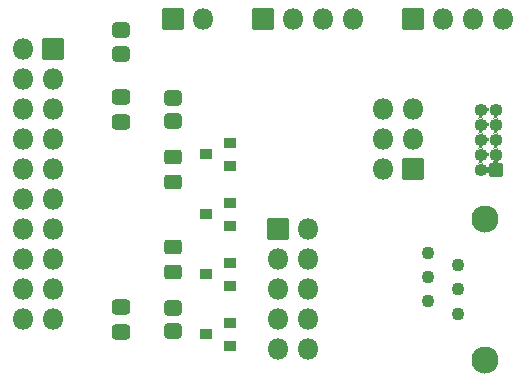
<source format=gbr>
G04 #@! TF.GenerationSoftware,KiCad,Pcbnew,(6.0.1)*
G04 #@! TF.CreationDate,2022-02-11T12:05:14+01:00*
G04 #@! TF.ProjectId,LINK,4c494e4b-2e6b-4696-9361-645f70636258,rev?*
G04 #@! TF.SameCoordinates,Original*
G04 #@! TF.FileFunction,Soldermask,Top*
G04 #@! TF.FilePolarity,Negative*
%FSLAX46Y46*%
G04 Gerber Fmt 4.6, Leading zero omitted, Abs format (unit mm)*
G04 Created by KiCad (PCBNEW (6.0.1)) date 2022-02-11 12:05:14*
%MOMM*%
%LPD*%
G01*
G04 APERTURE LIST*
G04 Aperture macros list*
%AMRoundRect*
0 Rectangle with rounded corners*
0 $1 Rounding radius*
0 $2 $3 $4 $5 $6 $7 $8 $9 X,Y pos of 4 corners*
0 Add a 4 corners polygon primitive as box body*
4,1,4,$2,$3,$4,$5,$6,$7,$8,$9,$2,$3,0*
0 Add four circle primitives for the rounded corners*
1,1,$1+$1,$2,$3*
1,1,$1+$1,$4,$5*
1,1,$1+$1,$6,$7*
1,1,$1+$1,$8,$9*
0 Add four rect primitives between the rounded corners*
20,1,$1+$1,$2,$3,$4,$5,0*
20,1,$1+$1,$4,$5,$6,$7,0*
20,1,$1+$1,$6,$7,$8,$9,0*
20,1,$1+$1,$8,$9,$2,$3,0*%
G04 Aperture macros list end*
%ADD10C,2.300000*%
%ADD11C,1.102000*%
%ADD12RoundRect,0.301000X-0.450000X0.350000X-0.450000X-0.350000X0.450000X-0.350000X0.450000X0.350000X0*%
%ADD13RoundRect,0.301000X-0.450000X0.325000X-0.450000X-0.325000X0.450000X-0.325000X0.450000X0.325000X0*%
%ADD14RoundRect,0.301000X0.450000X-0.325000X0.450000X0.325000X-0.450000X0.325000X-0.450000X-0.325000X0*%
%ADD15RoundRect,0.051000X-0.850000X-0.850000X0.850000X-0.850000X0.850000X0.850000X-0.850000X0.850000X0*%
%ADD16O,1.802000X1.802000*%
%ADD17RoundRect,0.051000X0.850000X-0.850000X0.850000X0.850000X-0.850000X0.850000X-0.850000X-0.850000X0*%
%ADD18RoundRect,0.051000X0.500000X0.500000X-0.500000X0.500000X-0.500000X-0.500000X0.500000X-0.500000X0*%
%ADD19O,1.102000X1.102000*%
%ADD20RoundRect,0.301000X0.475000X-0.337500X0.475000X0.337500X-0.475000X0.337500X-0.475000X-0.337500X0*%
%ADD21RoundRect,0.301000X-0.475000X0.337500X-0.475000X-0.337500X0.475000X-0.337500X0.475000X0.337500X0*%
%ADD22RoundRect,0.301000X0.450000X-0.350000X0.450000X0.350000X-0.450000X0.350000X-0.450000X-0.350000X0*%
%ADD23RoundRect,0.051000X0.850000X0.850000X-0.850000X0.850000X-0.850000X-0.850000X0.850000X-0.850000X0*%
%ADD24RoundRect,0.051000X0.450000X0.400000X-0.450000X0.400000X-0.450000X-0.400000X0.450000X-0.400000X0*%
G04 APERTURE END LIST*
D10*
X163590000Y-82900000D03*
X163590000Y-94900000D03*
D11*
X158750000Y-85840000D03*
X161290000Y-86860000D03*
X158750000Y-87880000D03*
X161290000Y-88900000D03*
X158750000Y-89920000D03*
X161290000Y-90940000D03*
D12*
X137160000Y-72660000D03*
X137160000Y-74660000D03*
D13*
X137160000Y-85335000D03*
X137160000Y-87385000D03*
D14*
X137160000Y-79765000D03*
X137160000Y-77715000D03*
D15*
X127000000Y-68580000D03*
D16*
X124460000Y-68580000D03*
X127000000Y-71120000D03*
X124460000Y-71120000D03*
X127000000Y-73660000D03*
X124460000Y-73660000D03*
X127000000Y-76200000D03*
X124460000Y-76200000D03*
X127000000Y-78740000D03*
X124460000Y-78740000D03*
X127000000Y-81280000D03*
X124460000Y-81280000D03*
X127000000Y-83820000D03*
X124460000Y-83820000D03*
X127000000Y-86360000D03*
X124460000Y-86360000D03*
X127000000Y-88900000D03*
X124460000Y-88900000D03*
X127000000Y-91440000D03*
X124460000Y-91440000D03*
D17*
X144780000Y-66040000D03*
D16*
X147320000Y-66040000D03*
X149860000Y-66040000D03*
X152400000Y-66040000D03*
D18*
X164455000Y-78750000D03*
D19*
X163185000Y-78750000D03*
X164455000Y-77480000D03*
X163185000Y-77480000D03*
X164455000Y-76210000D03*
X163185000Y-76210000D03*
X164455000Y-74940000D03*
X163185000Y-74940000D03*
X164455000Y-73670000D03*
X163185000Y-73670000D03*
D20*
X132715000Y-92477500D03*
X132715000Y-90402500D03*
D21*
X132715000Y-72622500D03*
X132715000Y-74697500D03*
D17*
X157480000Y-66040000D03*
D16*
X160020000Y-66040000D03*
X162560000Y-66040000D03*
X165100000Y-66040000D03*
D22*
X137160000Y-92440000D03*
X137160000Y-90440000D03*
D23*
X157480000Y-78740000D03*
D16*
X154940000Y-78740000D03*
X157480000Y-76200000D03*
X154940000Y-76200000D03*
X157480000Y-73660000D03*
X154940000Y-73660000D03*
D15*
X146050000Y-83820000D03*
D16*
X148590000Y-83820000D03*
X146050000Y-86360000D03*
X148590000Y-86360000D03*
X146050000Y-88900000D03*
X148590000Y-88900000D03*
X146050000Y-91440000D03*
X148590000Y-91440000D03*
X146050000Y-93980000D03*
X148590000Y-93980000D03*
D24*
X141970000Y-93660000D03*
X141970000Y-91760000D03*
X139970000Y-92710000D03*
X141970000Y-88580000D03*
X141970000Y-86680000D03*
X139970000Y-87630000D03*
X141970000Y-83500000D03*
X141970000Y-81600000D03*
X139970000Y-82550000D03*
X141970000Y-78420000D03*
X141970000Y-76520000D03*
X139970000Y-77470000D03*
D17*
X137160000Y-66040000D03*
D16*
X139700000Y-66040000D03*
D22*
X132715000Y-68945000D03*
X132715000Y-66945000D03*
G36*
X163905212Y-78427842D02*
G01*
X163906000Y-78429433D01*
X163906000Y-79071633D01*
X163905000Y-79073365D01*
X163903000Y-79073365D01*
X163902081Y-79072196D01*
X163882405Y-79005184D01*
X163830062Y-78959829D01*
X163761509Y-78949972D01*
X163698462Y-78978765D01*
X163679514Y-79005331D01*
X163677694Y-79006161D01*
X163676719Y-79005794D01*
X163676329Y-79005514D01*
X163667444Y-79017878D01*
X163665621Y-79018701D01*
X163663997Y-79017534D01*
X163663972Y-79015946D01*
X163715276Y-78892087D01*
X163733983Y-78750000D01*
X163715276Y-78607913D01*
X163666217Y-78489473D01*
X163666478Y-78487490D01*
X163668326Y-78486725D01*
X163669713Y-78487575D01*
X163677472Y-78498864D01*
X163731422Y-78542765D01*
X163800249Y-78550496D01*
X163862328Y-78519790D01*
X163898038Y-78460253D01*
X163902016Y-78429179D01*
X163903228Y-78427588D01*
X163905212Y-78427842D01*
G37*
G36*
X163042913Y-78010276D02*
G01*
X163185000Y-78028983D01*
X163327087Y-78010276D01*
X163409489Y-77976144D01*
X163411472Y-77976405D01*
X163412237Y-77978253D01*
X163411153Y-77979779D01*
X163359595Y-78005710D01*
X163308777Y-78053204D01*
X163291776Y-78120345D01*
X163313772Y-78186015D01*
X163367960Y-78229513D01*
X163381969Y-78234131D01*
X163382279Y-78234262D01*
X163417005Y-78252648D01*
X163418068Y-78254343D01*
X163417132Y-78256110D01*
X163415304Y-78256264D01*
X163327087Y-78219724D01*
X163185000Y-78201017D01*
X163042913Y-78219724D01*
X162957563Y-78255077D01*
X162955580Y-78254816D01*
X162954815Y-78252968D01*
X162955881Y-78251452D01*
X163004002Y-78226615D01*
X163003818Y-78226258D01*
X163003912Y-78224260D01*
X163004599Y-78223606D01*
X163046886Y-78199323D01*
X163078767Y-78137836D01*
X163072345Y-78068878D01*
X163029590Y-78014249D01*
X162989165Y-77995275D01*
X162981989Y-77993393D01*
X162981542Y-77993216D01*
X162950144Y-77976168D01*
X162949099Y-77974462D01*
X162950053Y-77972705D01*
X162951863Y-77972562D01*
X163042913Y-78010276D01*
G37*
G36*
X164707304Y-77965705D02*
G01*
X164708069Y-77967553D01*
X164707452Y-77968753D01*
X164661733Y-78011482D01*
X164644732Y-78078623D01*
X164666728Y-78144293D01*
X164720814Y-78187709D01*
X164767948Y-78197038D01*
X164769453Y-78198355D01*
X164769065Y-78200317D01*
X164767560Y-78201000D01*
X164142562Y-78201000D01*
X164140830Y-78200000D01*
X164140830Y-78198000D01*
X164141999Y-78197081D01*
X164209011Y-78177405D01*
X164254366Y-78125062D01*
X164264223Y-78056509D01*
X164235405Y-77993407D01*
X164207194Y-77970729D01*
X164206471Y-77968864D01*
X164207724Y-77967305D01*
X164209212Y-77967322D01*
X164312913Y-78010276D01*
X164455000Y-78028983D01*
X164597087Y-78010276D01*
X164705321Y-77965444D01*
X164707304Y-77965705D01*
G37*
G36*
X163707126Y-77307952D02*
G01*
X163746629Y-77360254D01*
X163811626Y-77384179D01*
X163879236Y-77369167D01*
X163927969Y-77320016D01*
X163929898Y-77319490D01*
X163931319Y-77320898D01*
X163931237Y-77322189D01*
X163924724Y-77337913D01*
X163906017Y-77480000D01*
X163924724Y-77622087D01*
X163936686Y-77650967D01*
X163936425Y-77652950D01*
X163934577Y-77653715D01*
X163933230Y-77652921D01*
X163894662Y-77600731D01*
X163829921Y-77576125D01*
X163762156Y-77590428D01*
X163712713Y-77639262D01*
X163710980Y-77642906D01*
X163709333Y-77644041D01*
X163707527Y-77643182D01*
X163707326Y-77641282D01*
X163715276Y-77622087D01*
X163733983Y-77480000D01*
X163715276Y-77337913D01*
X163703682Y-77309922D01*
X163703943Y-77307939D01*
X163705791Y-77307174D01*
X163707126Y-77307952D01*
G37*
G36*
X163042913Y-76740276D02*
G01*
X163185000Y-76758983D01*
X163327087Y-76740276D01*
X163409489Y-76706144D01*
X163411472Y-76706405D01*
X163412237Y-76708253D01*
X163411153Y-76709779D01*
X163359595Y-76735710D01*
X163308777Y-76783204D01*
X163291776Y-76850345D01*
X163313772Y-76916015D01*
X163367960Y-76959513D01*
X163381969Y-76964131D01*
X163382279Y-76964262D01*
X163417005Y-76982648D01*
X163418068Y-76984343D01*
X163417132Y-76986110D01*
X163415304Y-76986264D01*
X163327087Y-76949724D01*
X163185000Y-76931017D01*
X163042913Y-76949724D01*
X162957563Y-76985077D01*
X162955580Y-76984816D01*
X162954815Y-76982968D01*
X162955881Y-76981452D01*
X163004002Y-76956615D01*
X163003818Y-76956258D01*
X163003912Y-76954260D01*
X163004599Y-76953606D01*
X163046886Y-76929323D01*
X163078767Y-76867836D01*
X163072345Y-76798878D01*
X163029590Y-76744249D01*
X162989165Y-76725275D01*
X162981989Y-76723393D01*
X162981542Y-76723216D01*
X162950144Y-76706168D01*
X162949099Y-76704462D01*
X162950053Y-76702705D01*
X162951863Y-76702562D01*
X163042913Y-76740276D01*
G37*
G36*
X164312913Y-76740276D02*
G01*
X164455000Y-76758983D01*
X164597087Y-76740276D01*
X164679489Y-76706144D01*
X164681472Y-76706405D01*
X164682237Y-76708253D01*
X164681153Y-76709779D01*
X164629595Y-76735710D01*
X164578777Y-76783204D01*
X164561776Y-76850345D01*
X164583772Y-76916015D01*
X164637960Y-76959513D01*
X164651969Y-76964131D01*
X164652279Y-76964262D01*
X164687005Y-76982648D01*
X164688068Y-76984343D01*
X164687132Y-76986110D01*
X164685304Y-76986264D01*
X164597087Y-76949724D01*
X164455000Y-76931017D01*
X164312913Y-76949724D01*
X164227563Y-76985077D01*
X164225580Y-76984816D01*
X164224815Y-76982968D01*
X164225881Y-76981452D01*
X164274002Y-76956615D01*
X164273818Y-76956258D01*
X164273912Y-76954260D01*
X164274599Y-76953606D01*
X164316886Y-76929323D01*
X164348767Y-76867836D01*
X164342345Y-76798878D01*
X164299590Y-76744249D01*
X164259165Y-76725275D01*
X164251989Y-76723393D01*
X164251542Y-76723216D01*
X164220144Y-76706168D01*
X164219099Y-76704462D01*
X164220053Y-76702705D01*
X164221863Y-76702562D01*
X164312913Y-76740276D01*
G37*
G36*
X163707126Y-76037952D02*
G01*
X163746629Y-76090254D01*
X163811626Y-76114179D01*
X163879236Y-76099167D01*
X163927969Y-76050016D01*
X163929898Y-76049490D01*
X163931319Y-76050898D01*
X163931237Y-76052189D01*
X163924724Y-76067913D01*
X163906017Y-76210000D01*
X163924724Y-76352087D01*
X163936686Y-76380967D01*
X163936425Y-76382950D01*
X163934577Y-76383715D01*
X163933230Y-76382921D01*
X163894662Y-76330731D01*
X163829921Y-76306125D01*
X163762156Y-76320428D01*
X163712713Y-76369262D01*
X163710980Y-76372906D01*
X163709333Y-76374041D01*
X163707527Y-76373182D01*
X163707326Y-76371282D01*
X163715276Y-76352087D01*
X163733983Y-76210000D01*
X163715276Y-76067913D01*
X163703682Y-76039922D01*
X163703943Y-76037939D01*
X163705791Y-76037174D01*
X163707126Y-76037952D01*
G37*
G36*
X163042913Y-75470276D02*
G01*
X163185000Y-75488983D01*
X163327087Y-75470276D01*
X163409489Y-75436144D01*
X163411472Y-75436405D01*
X163412237Y-75438253D01*
X163411153Y-75439779D01*
X163359595Y-75465710D01*
X163308777Y-75513204D01*
X163291776Y-75580345D01*
X163313772Y-75646015D01*
X163367960Y-75689513D01*
X163381969Y-75694131D01*
X163382279Y-75694262D01*
X163417005Y-75712648D01*
X163418068Y-75714343D01*
X163417132Y-75716110D01*
X163415304Y-75716264D01*
X163327087Y-75679724D01*
X163185000Y-75661017D01*
X163042913Y-75679724D01*
X162957563Y-75715077D01*
X162955580Y-75714816D01*
X162954815Y-75712968D01*
X162955881Y-75711452D01*
X163004002Y-75686615D01*
X163003818Y-75686258D01*
X163003912Y-75684260D01*
X163004599Y-75683606D01*
X163046886Y-75659323D01*
X163078767Y-75597836D01*
X163072345Y-75528878D01*
X163029590Y-75474249D01*
X162989165Y-75455275D01*
X162981989Y-75453393D01*
X162981542Y-75453216D01*
X162950144Y-75436168D01*
X162949099Y-75434462D01*
X162950053Y-75432705D01*
X162951863Y-75432562D01*
X163042913Y-75470276D01*
G37*
G36*
X164312913Y-75470276D02*
G01*
X164455000Y-75488983D01*
X164597087Y-75470276D01*
X164679489Y-75436144D01*
X164681472Y-75436405D01*
X164682237Y-75438253D01*
X164681153Y-75439779D01*
X164629595Y-75465710D01*
X164578777Y-75513204D01*
X164561776Y-75580345D01*
X164583772Y-75646015D01*
X164637960Y-75689513D01*
X164651969Y-75694131D01*
X164652279Y-75694262D01*
X164687005Y-75712648D01*
X164688068Y-75714343D01*
X164687132Y-75716110D01*
X164685304Y-75716264D01*
X164597087Y-75679724D01*
X164455000Y-75661017D01*
X164312913Y-75679724D01*
X164227563Y-75715077D01*
X164225580Y-75714816D01*
X164224815Y-75712968D01*
X164225881Y-75711452D01*
X164274002Y-75686615D01*
X164273818Y-75686258D01*
X164273912Y-75684260D01*
X164274599Y-75683606D01*
X164316886Y-75659323D01*
X164348767Y-75597836D01*
X164342345Y-75528878D01*
X164299590Y-75474249D01*
X164259165Y-75455275D01*
X164251989Y-75453393D01*
X164251542Y-75453216D01*
X164220144Y-75436168D01*
X164219099Y-75434462D01*
X164220053Y-75432705D01*
X164221863Y-75432562D01*
X164312913Y-75470276D01*
G37*
G36*
X163707126Y-74767952D02*
G01*
X163746629Y-74820254D01*
X163811626Y-74844179D01*
X163879236Y-74829167D01*
X163927969Y-74780016D01*
X163929898Y-74779490D01*
X163931319Y-74780898D01*
X163931237Y-74782189D01*
X163924724Y-74797913D01*
X163906017Y-74940000D01*
X163924724Y-75082087D01*
X163936686Y-75110967D01*
X163936425Y-75112950D01*
X163934577Y-75113715D01*
X163933230Y-75112921D01*
X163894662Y-75060731D01*
X163829921Y-75036125D01*
X163762156Y-75050428D01*
X163712713Y-75099262D01*
X163710980Y-75102906D01*
X163709333Y-75104041D01*
X163707527Y-75103182D01*
X163707326Y-75101282D01*
X163715276Y-75082087D01*
X163733983Y-74940000D01*
X163715276Y-74797913D01*
X163703682Y-74769922D01*
X163703943Y-74767939D01*
X163705791Y-74767174D01*
X163707126Y-74767952D01*
G37*
G36*
X163042913Y-74200276D02*
G01*
X163185000Y-74218983D01*
X163327087Y-74200276D01*
X163409489Y-74166144D01*
X163411472Y-74166405D01*
X163412237Y-74168253D01*
X163411153Y-74169779D01*
X163359595Y-74195710D01*
X163308777Y-74243204D01*
X163291776Y-74310345D01*
X163313772Y-74376015D01*
X163367960Y-74419513D01*
X163381969Y-74424131D01*
X163382279Y-74424262D01*
X163417005Y-74442648D01*
X163418068Y-74444343D01*
X163417132Y-74446110D01*
X163415304Y-74446264D01*
X163327087Y-74409724D01*
X163185000Y-74391017D01*
X163042913Y-74409724D01*
X162957563Y-74445077D01*
X162955580Y-74444816D01*
X162954815Y-74442968D01*
X162955881Y-74441452D01*
X163004002Y-74416615D01*
X163003818Y-74416258D01*
X163003912Y-74414260D01*
X163004599Y-74413606D01*
X163046886Y-74389323D01*
X163078767Y-74327836D01*
X163072345Y-74258878D01*
X163029590Y-74204249D01*
X162989165Y-74185275D01*
X162981989Y-74183393D01*
X162981542Y-74183216D01*
X162950144Y-74166168D01*
X162949099Y-74164462D01*
X162950053Y-74162705D01*
X162951863Y-74162562D01*
X163042913Y-74200276D01*
G37*
G36*
X164312913Y-74200276D02*
G01*
X164455000Y-74218983D01*
X164597087Y-74200276D01*
X164679489Y-74166144D01*
X164681472Y-74166405D01*
X164682237Y-74168253D01*
X164681153Y-74169779D01*
X164629595Y-74195710D01*
X164578777Y-74243204D01*
X164561776Y-74310345D01*
X164583772Y-74376015D01*
X164637960Y-74419513D01*
X164651969Y-74424131D01*
X164652279Y-74424262D01*
X164687005Y-74442648D01*
X164688068Y-74444343D01*
X164687132Y-74446110D01*
X164685304Y-74446264D01*
X164597087Y-74409724D01*
X164455000Y-74391017D01*
X164312913Y-74409724D01*
X164227563Y-74445077D01*
X164225580Y-74444816D01*
X164224815Y-74442968D01*
X164225881Y-74441452D01*
X164274002Y-74416615D01*
X164273818Y-74416258D01*
X164273912Y-74414260D01*
X164274599Y-74413606D01*
X164316886Y-74389323D01*
X164348767Y-74327836D01*
X164342345Y-74258878D01*
X164299590Y-74204249D01*
X164259165Y-74185275D01*
X164251989Y-74183393D01*
X164251542Y-74183216D01*
X164220144Y-74166168D01*
X164219099Y-74164462D01*
X164220053Y-74162705D01*
X164221863Y-74162562D01*
X164312913Y-74200276D01*
G37*
G36*
X163707126Y-73497952D02*
G01*
X163746629Y-73550254D01*
X163811626Y-73574179D01*
X163879236Y-73559167D01*
X163927969Y-73510016D01*
X163929898Y-73509490D01*
X163931319Y-73510898D01*
X163931237Y-73512189D01*
X163924724Y-73527913D01*
X163906017Y-73670000D01*
X163924724Y-73812087D01*
X163936686Y-73840967D01*
X163936425Y-73842950D01*
X163934577Y-73843715D01*
X163933230Y-73842921D01*
X163894662Y-73790731D01*
X163829921Y-73766125D01*
X163762156Y-73780428D01*
X163712713Y-73829262D01*
X163710980Y-73832906D01*
X163709333Y-73834041D01*
X163707527Y-73833182D01*
X163707326Y-73831282D01*
X163715276Y-73812087D01*
X163733983Y-73670000D01*
X163715276Y-73527913D01*
X163703682Y-73499922D01*
X163703943Y-73497939D01*
X163705791Y-73497174D01*
X163707126Y-73497952D01*
G37*
M02*

</source>
